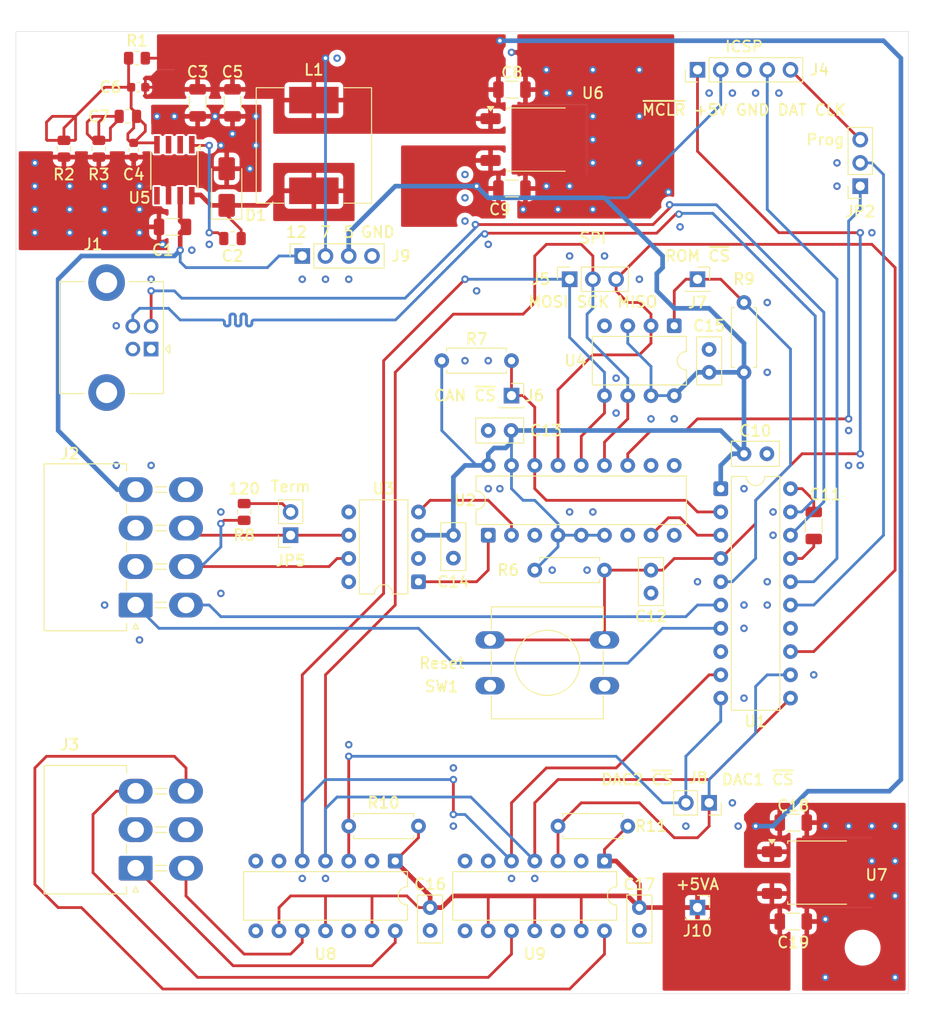
<source format=kicad_pcb>
(kicad_pcb (version 20241229) (generator "pcbnew") (generator_version "9.0")
  (title_block (title "CAN Gauge Interface") (date "2025-09-27") (rev "0.1") (company "Sam Anthony"))
  (layers (0 "F.Cu" signal) (4 "In1.Cu" signal) (6 "In2.Cu" signal) (2 "B.Cu" power) (13 "F.Paste" user) (15 "B.Paste" user) (5 "F.SilkS" user "F.Silkscreen") (7 "B.SilkS" user "B.Silkscreen") (1 "F.Mask" user) (3 "B.Mask" user) (25 "Edge.Cuts" user))
  (net 0 "")
  (net 1 "GND")
  (net 2 "+12V")
  (net 3 "Net-(U5-BOOT)")
  (net 4 "+7V")
  (net 5 "Net-(C7-Pad2)")
  (net 6 "+5V")
  (net 7 "Net-(U1-Vusb3v3)")
  (net 8 "/~{MCLR}")
  (net 9 "+5VA")
  (net 10 "/USB_D+")
  (net 11 "/USB_D-")
  (net 14 "/CAN_L")
  (net 15 "/Speed")
  (net 16 "/Tach")
  (net 17 "/CAN_H")
  (net 18 "/AN4")
  (net 19 "/AN2")
  (net 20 "/AN3")
  (net 21 "/AN1")
  (net 22 "/ICSP_CLK")
  (net 23 "/ICSP_DAT")
  (net 24 "/SCK")
  (net 25 "/MOSI")
  (net 26 "/MISO")
  (net 27 "/CAN_~{CS}")
  (net 28 "/ROM_~{CS}")
  (net 29 "/DAC2_~{CS}")
  (net 30 "/DAC1_~{CS}")
  (net 31 "/INT{slash}ICSP_CLK")
  (net 32 "/INT")
  (net 33 "Net-(JP5-B)")
  (net 35 "/CLK")
  (net 38 "/CAN_RX")
  (net 39 "/CAN_TX")
  (net 52 "/PH")
  (net 53 "/sense")
  (footprint "Connector_PinSocket_2.54mm:PinSocket_1x01_P2.54mm_Vertical" (layer "F.Cu") (at 124.46 129.54)
    (property "Reference" "J7")
    (property "Value" "ROM ~{CS}")
  )
  (footprint "Capacitor_SMD:C_1206_3216Metric" (layer "F.Cu") (at 104.189 119.634)
    (property "Reference" "C9")
    (property "Value" "10u" (hide yes))
  )
  (footprint "Capacitor_SMD:C_0805_2012Metric" (layer "F.Cu") (at 62.23 111.76 180)
    (property "Reference" "C7")
    (property "Value" "47n" (hide yes))
  )
  (footprint "Connector_PinSocket_2.54mm:PinSocket_1x04_P2.54mm_Vertical" (layer "F.Cu") (at 81.28 127 90)
    (property "Reference" "J9")
    (property "Value" "Conn_01x04_Socket" (hide yes))
  )
  (footprint "MountingHole:MountingHole_3.2mm_M3_DIN965" (layer "F.Cu") (at 55 202.5)
    (property "Reference" "H1" (hide yes))
    (property "Value" "MountingHole" (hide yes))
  )
  (footprint "Capacitor_SMD:C_1206_3216Metric" (layer "F.Cu") (at 134.923 199.644)
    (property "Reference" "C19")
    (property "Value" "10u" (hide yes))
  )
  (footprint "Resistor_THT:R_Axial_DIN0207_L6.3mm_D2.5mm_P7.62mm_Horizontal" (layer "F.Cu") (at 93.98 189.23 180)
    (property "Reference" "R10")
    (property "Value" "10k" (hide yes))
  )
  (footprint "Capacitor_SMD:C_1206_3216Metric" (layer "F.Cu") (at 134.923 188.849)
    (property "Reference" "C18")
    (property "Value" "10u" (hide yes))
  )
  (footprint "Package_TO_SOT_SMD:TO-252-2" (layer "F.Cu") (at 106.894 114.294)
    (property "Reference" "U6")
    (property "Value" "L78M05AB" (hide yes))
  )
  (footprint "Capacitor_THT:C_Disc_D5.0mm_W2.5mm_P2.50mm" (layer "F.Cu") (at 95.25 198.12 -90)
    (property "Reference" "C16")
    (property "Value" "100n" (hide yes))
  )
  (footprint "MountingHole:MountingHole_3.2mm_M3_DIN965" (layer "F.Cu") (at 142.5 202.5)
    (property "Reference" "H2" (hide yes))
    (property "Value" "MountingHole" (hide yes))
  )
  (footprint "Capacitor_SMD:C_0603_1608Metric" (layer "F.Cu") (at 62.865 115.43 -90)
    (property "Reference" "C4")
    (property "Value" "220p" (hide yes))
  )
  (footprint "footprints:Molex_Mini-Fit_Jr_5569-06A2_2x03_P4.20mm_Horizontal" (layer "F.Cu") (at 63.08 193.82 90)
    (property "Reference" "J3")
    (property "Value" "Analog")
  )
  (footprint "Resistor_SMD:R_0805_2012Metric" (layer "F.Cu") (at 63.2225 105.41)
    (property "Reference" "R1")
    (property "Value" "10k" (hide yes))
  )
  (footprint "footprints:USB_B_Lumberg_2411_02_Horizontal" (layer "F.Cu") (at 64.77 137.16 180)
    (property "Reference" "J1")
    (property "Value" "USB_B" (hide yes))
  )
  (footprint "Connector_PinSocket_2.54mm:PinSocket_1x02_P2.54mm_Vertical" (layer "F.Cu") (at 80.01 157.48 180)
    (property "Reference" "JP5")
    (property "Value" "Term")
  )
  (footprint "Capacitor_SMD:C_0603_1608Metric" (layer "F.Cu") (at 63.36 108.585)
    (property "Reference" "C6")
    (property "Value" "3300p" (hide yes))
  )
  (footprint "Inductor_SMD:L_12x12mm_H8mm" (layer "F.Cu") (at 82.55 114.935 90)
    (property "Reference" "L1")
    (property "Value" "150u" (hide yes))
  )
  (footprint "MountingHole:MountingHole_3.2mm_M3_DIN965" (layer "F.Cu") (at 55 107.5)
    (property "Reference" "H4" (hide yes))
    (property "Value" "MountingHole" (hide yes))
  )
  (footprint "Resistor_SMD:R_0805_2012Metric" (layer "F.Cu") (at 55.245 115.2925 -90)
    (property "Reference" "R2")
    (property "Value" "3k24" (hide yes))
  )
  (footprint "Resistor_THT:R_Axial_DIN0207_L6.3mm_D2.5mm_P7.62mm_Horizontal" (layer "F.Cu") (at 106.68 161.29)
    (property "Reference" "R6")
    (property "Value" "10k" (hide yes))
  )
  (footprint "Connector_PinSocket_2.54mm:PinSocket_1x02_P2.54mm_Vertical" (layer "F.Cu") (at 125.73 186.69 -90)
    (property "Reference" "J8")
    (property "Value" "DAC ~{CS}" (hide yes))
  )
  (footprint "Button_Switch_THT:SW_PUSH-12mm" (layer "F.Cu") (at 114.3 173.91 180)
    (property "Reference" "SW1")
    (property "Value" "Reset")
  )
  (footprint "Capacitor_SMD:C_1206_3216Metric" (layer "F.Cu") (at 69.85 110.285 -90)
    (property "Reference" "C3")
    (property "Value" "22u" (hide yes))
  )
  (footprint "Connector_PinSocket_2.54mm:PinSocket_1x01_P2.54mm_Vertical" (layer "F.Cu") (at 104.14 142.24)
    (property "Reference" "J6")
    (property "Value" "CAN ~{CS}")
  )
  (footprint "Resistor_THT:R_Axial_DIN0207_L6.3mm_D2.5mm_P7.62mm_Horizontal" (layer "F.Cu") (at 129.54 139.7 90)
    (property "Reference" "R9")
    (property "Value" "10k" (hide yes))
  )
  (footprint "Connector_PinSocket_2.54mm:PinSocket_1x03_P2.54mm_Vertical" (layer "F.Cu") (at 142.24 119.38 180)
    (property "Reference" "JP2")
    (property "Value" "Prog")
  )
  (footprint "Package_DIP:DIP-14_W7.62mm" (layer "F.Cu") (at 91.44 193.04 -90)
    (property "Reference" "U8")
    (property "Value" "MCP4912" (hide yes))
  )
  (footprint "Diode_SMD:D_SMA" (layer "F.Cu") (at 73.025 119.475 90)
    (property "Reference" "D1")
    (property "Value" "SS34" (hide yes))
  )
  (footprint "footprints:Molex_Mini-Fit_Jr_5569-08A2_2x04_P4.20mm_Horizontal" (layer "F.Cu") (at 63.08 165.1 90)
    (property "Reference" "J2")
    (property "Value" "Conn_02x04_Top_Bottom")
  )
  (footprint "Resistor_SMD:R_0805_2012Metric" (layer "F.Cu") (at 59.055 115.2925 -90)
    (property "Reference" "R3")
    (property "Value" "2k7" (hide yes))
  )
  (footprint "Package_DIP:DIP-8_W7.62mm" (layer "F.Cu") (at 93.98 162.56 180)
    (property "Reference" "U3")
    (property "Value" "MCP2561-E-P" (hide yes))
  )
  (footprint "Resistor_THT:R_Axial_DIN0207_L6.3mm_D2.5mm_P7.62mm_Horizontal" (layer "F.Cu") (at 96.52 138.43)
    (property "Reference" "R7")
    (property "Value" "10k" (hide yes))
  )
  (footprint "Capacitor_SMD:C_1206_3216Metric" (layer "F.Cu") (at 73.66 110.285 -90)
    (property "Reference" "C5")
    (property "Value" "22u" (hide yes))
  )
  (footprint "Connector_PinHeader_2.54mm:PinHeader_1x05_P2.54mm_Vertical" (layer "F.Cu") (at 124.46 106.68 90)
    (property "Reference" "J4")
    (property "Value" "ICSP")
  )
  (footprint "Capacitor_THT:C_Disc_D5.0mm_W2.5mm_P2.50mm" (layer "F.Cu") (at 97.79 159.98 90)
    (property "Reference" "C14")
    (property "Value" "100n" (hide yes))
  )
  (footprint "Connector_PinSocket_2.54mm:PinSocket_1x03_P2.54mm_Vertical" (layer "F.Cu") (at 110.49 129.54 90)
    (property "Reference" "J5")
    (property "Value" "SPI Debug" (hide yes))
  )
  (footprint "Capacitor_SMD:C_1206_3216Metric" (layer "F.Cu") (at 104.189 108.839)
    (property "Reference" "C8")
    (property "Value" "10u" (hide yes))
  )
  (footprint "Connector_PinSocket_2.54mm:PinSocket_1x01_P2.54mm_Vertical" (layer "F.Cu") (at 124.46 198.12)
    (property "Reference" "J10")
    (property "Value" "+5VA")
  )
  (footprint "Package_DIP:DIP-20_W7.62mm" (layer "F.Cu") (at 127 152.4)
    (property "Reference" "U1")
    (property "Value" "PIC16F1459-IP" (hide yes))
  )
  (footprint "Capacitor_SMD:C_0805_2012Metric" (layer "F.Cu") (at 73.66 125.095)
    (property "Reference" "C2")
    (property "Value" "10n" (hide yes))
  )
  (footprint "Package_SO:TI_SO-PowerPAD-8" (layer "F.Cu") (at 67.31 117.635 -90)
    (property "Reference" "U5")
    (property "Value" "TPS5430DDA" (hide yes))
  )
  (footprint "Capacitor_THT:C_Disc_D5.0mm_W2.5mm_P2.50mm" (layer "F.Cu") (at 119.38 161.29 -90)
    (property "Reference" "C12")
    (property "Value" "100n" (hide yes))
  )
  (footprint "Capacitor_THT:C_Disc_D5.0mm_W2.5mm_P2.50mm" (layer "F.Cu") (at 118.11 198.12 -90)
    (property "Reference" "C17")
    (property "Value" "100n" (hide yes))
  )
  (footprint "Resistor_SMD:R_0805_2012Metric" (layer "F.Cu") (at 74.93 154.94 -90)
    (property "Reference" "R8")
    (property "Value" "120")
  )
  (footprint "Capacitor_THT:C_Disc_D5.0mm_W2.5mm_P2.50mm" (layer "F.Cu") (at 129.54 148.59)
    (property "Reference" "C10")
    (property "Value" "100n" (hide yes))
  )
  (footprint "MountingHole:MountingHole_3.2mm_M3_DIN965" (layer "F.Cu") (at 142.5 107.5)
    (property "Reference" "H3" (hide yes))
    (property "Value" "MountingHole" (hide yes))
  )
  (footprint "Capacitor_THT:C_Disc_D5.0mm_W2.5mm_P2.50mm" (layer "F.Cu") (at 101.6 146.05)
    (property "Reference" "C13")
    (property "Value" "100n" (hide yes))
  )
  (footprint "Resistor_THT:R_Axial_DIN0207_L6.3mm_D2.5mm_P7.62mm_Horizontal" (layer "F.Cu") (at 116.84 189.23 180)
    (property "Reference" "R11")
    (property "Value" "10k" (hide yes))
  )
  (footprint "Package_DIP:DIP-18_W7.62mm" (layer "F.Cu") (at 101.6 157.48 90)
    (property "Reference" "U2")
    (property "Value" "MCP2515-I/P" (hide yes))
  )
  (footprint "Capacitor_SMD:C_1206_3216Metric" (layer "F.Cu") (at 137.16 156.415 90)
    (property "Reference" "C11")
    (property "Value" "1u" (hide yes))
  )
  (footprint "Package_DIP:DIP-8_W7.62mm" (layer "F.Cu") (at 121.92 134.62 -90)
    (property "Reference" "U4")
    (property "Value" "25LC160C" (hide yes))
  )
  (footprint "Package_TO_SOT_SMD:TO-252-2" (layer "F.Cu") (at 137.628 194.304)
    (property "Reference" "U7")
    (property "Value" "L78M05AB" (hide yes))
  )
  (footprint "Capacitor_SMD:C_1206_3216Metric" (layer "F.Cu") (at 67.105 123.825 180)
    (property "Reference" "C1")
    (property "Value" "22u" (hide yes))
  )
  (footprint "Capacitor_THT:C_Disc_D5.0mm_W2.5mm_P2.50mm" (layer "F.Cu") (at 125.73 137.2 -90)
    (property "Reference" "C15")
    (property "Value" "100n" (hide yes))
  )
  (footprint "Package_DIP:DIP-14_W7.62mm" (layer "F.Cu") (at 114.3 193.04 -90)
    (property "Reference" "U9")
    (property "Value" "MCP4912" (hide yes))
  )
  (gr_rect (start 50 102.5) (end 147.5 207.5) (stroke (width 0.05)) (fill no) (layer "Edge.Cuts"))
  (gr_text "SPI" (at 113.03 125.73 0) (layer "F.SilkS") (effects (font (size 1.2 1.2) (thickness 0.2) (bold yes)) (justify bottom)))
  (gr_text "12" (at 80.645 125.095 0) (layer "F.SilkS") (effects (font (size 1.2 1.2) (thickness 0.2) (bold yes)) (justify bottom)))
  (gr_text "~{MCLR} +5V GND DAT CLK" (at 129.54 111.76 0) (layer "F.SilkS") (effects (font (size 1.2 1.2) (thickness 0.2) (bold yes)) (justify bottom)))
  (gr_text "GND" (at 89.535 125.095 0) (layer "F.SilkS") (effects (font (size 1.2 1.2) (thickness 0.2) (bold yes)) (justify bottom)))
  (gr_text "7\n" (at 83.82 125.095 0) (layer "F.SilkS") (effects (font (size 1.2 1.2) (thickness 0.2) (bold yes)) (justify bottom)))
  (gr_text "DAC2 ~{CS}" (at 121.92 184.15 0) (layer "F.SilkS") (effects (font (size 1.2 1.2) (thickness 0.2) (bold yes)) (justify right)))
  (gr_text "DAC1 ~{CS}" (at 127 184.15 0) (layer "F.SilkS") (effects (font (size 1.2 1.2) (thickness 0.2) (bold yes)) (justify left)))
  (gr_text "MOSI SCK MISO" (at 113.03 132.715 0) (layer "F.SilkS") (effects (font (size 1.2 1.2) (thickness 0.2) (bold yes)) (justify bottom)))
  (gr_text "5" (at 86.36 125.095 0) (layer "F.SilkS") (effects (font (size 1.2 1.2) (thickness 0.2) (bold yes)) (justify bottom)))
  (segment (start 134.62 152.4) (end 135.89 152.4) (width 0.3048) (layer "F.Cu") (net 1))
  (segment (start 105.664 105.664) (end 105.664 108.839) (width 0.508) (layer "F.Cu") (net 1))
  (segment (start 104.14 104.775) (end 104.775 104.775) (width 0.508) (layer "F.Cu") (net 1))
  (segment (start 66.675 118.3775) (end 66.535 118.2375) (width 0.508) (layer "F.Cu") (net 1))
  (segment (start 137.16 153.67) (end 137.16 154.94) (width 0.3048) (layer "F.Cu") (net 1))
  (segment (start 104.775 104.775) (end 105.664 105.664) (width 0.508) (layer "F.Cu") (net 1))
  (segment (start 135.89 152.4) (end 137.16 153.67) (width 0.3048) (layer "F.Cu") (net 1))
  (segment (start 66.675 120.415) (end 66.675 118.3775) (width 0.508) (layer "F.Cu") (net 1))
  (via (at 128.27 109.22) (size 0.8128) (drill 0.4) (layers "F.Cu" "B.Cu") (net 1))
  (via (at 66.04 125.73) (size 0.8128) (drill 0.4) (layers "F.Cu" "B.Cu") (net 1))
  (via (at 71.755 111.76) (size 0.8128) (drill 0.4) (layers "F.Cu" "B.Cu") (net 1))
  (via (at 73.66 113.665) (size 0.8128) (drill 0.4) (layers "F.Cu" "B.Cu") (net 1))
  (via (at 122.555 123.825) (size 0.8128) (drill 0.4) (layers "F.Cu" "B.Cu") (net 1))
  (via (at 99.06 138.43) (size 0.8128) (drill 0.4) (layers "F.Cu" "B.Cu") (net 1))
  (via (at 63.5 124.46) (size 0.8128) (drill 0.4) (layers "F.Cu" "B.Cu") (net 1))
  (via (at 139.7 116.84) (size 0.8128) (drill 0.4) (layers "F.Cu" "B.Cu") (net 1))
  (via (at 110.49 109.22) (size 0.8128) (drill 0.4) (layers "F.Cu" "B.Cu") (net 1))
  (via (at 125.73 109.22) (size 0.8128) (drill 0.4) (layers "F.Cu" "B.Cu") (net 1))
  (via (at 113.03 111.76) (size 0.8128) (drill 0.4) (layers "F.Cu" "B.Cu") (net 1))
  (via (at 146.05 196.85) (size 0.8128) (drill 0.4) (layers "F.Cu" "B.Cu") (net 1))
  (via (at 118.11 129.54) (size 0.8128) (drill 0.4) (layers "F.Cu" "B.Cu") (net 1))
  (via (at 67.31 111.76) (size 0.8128) (drill 0.4) (layers "F.Cu" "B.Cu") (net 1))
  (via (at 110.49 119.38) (size 0.8128) (drill 0.4) (layers "F.Cu" "B.Cu") (net 1))
  (via (at 138.43 199.39) (size 0.8128) (drill 0.4) (layers "F.Cu" "B.Cu") (net 1))
  (via (at 69.215 126.365) (size 0.8128) (drill 0.4) (layers "F.Cu" "B.Cu") (net 1))
  (via (at 119.38 144.78) (size 0.8128) (drill 0.4) (layers "F.Cu" "B.Cu") (net 1))
  (via (at 146.05 193.04) (size 0.8128) (drill 0.4) (layers "F.Cu" "B.Cu") (net 1))
  (via (at 143.51 189.23) (size 0.8128) (drill 0.4) (layers "F.Cu" "B.Cu") (net 1))
  (via (at 75.565 117.475) (size 0.8128) (drill 0.4) (layers "F.Cu" "B.Cu") (net 1))
  (via (at 104.14 104.775) (size 0.8128) (drill 0.4) (layers "F.Cu" "B.Cu") (net 1))
  (via (at 81.28 129.54) (size 0.8128) (drill 0.4) (layers "F.Cu" "B.Cu") (net 1))
  (via (at 118.11 116.84) (size 0.8128) (drill 0.4) (layers "F.Cu" "B.Cu") (net 1))
  (via (at 65.405 111.76) (size 0.8128) (drill 0.4) (layers "F.Cu" "B.Cu") (net 1))
  (via (at 55.88 121.92) (size 0.8128) (drill 0.4) (layers "F.Cu" "B.Cu") (net 1))
  (via (at 121.285 120.015) (size 0.8128) (drill 0.4) (layers "F.Cu" "B.Cu") (net 1))
  (via (at 132.08 139.7) (size 0.8128) (drill 0.4) (layers "F.Cu" "B.Cu") (net 1))
  (via (at 138.43 189.23) (size 0.8128) (drill 0.4) (layers "F.Cu" "B.Cu") (net 1))
  (via (at 132.08 162.56) (size 0.8128) (drill 0.4) (layers "F.Cu" "B.Cu") (net 1))
  (via (at 110.49 127) (size 0.8128) (drill 0.4) (layers "F.Cu" "B.Cu") (net 1))
  (via (at 60.96 149.86) (size 0.8128) (drill 0.4) (layers "F.Cu" "B.Cu") (net 1))
  (via (at 128.905 189.23) (size 0.8128) (drill 0.4) (layers "F.Cu" "B.Cu") (net 1))
  (via (at 107.95 119.38) (size 0.8128) (drill 0.4) (layers "F.Cu" "B.Cu") (net 1))
  (via (at 99.06 120.65) (size 0.8128) (drill 0.4) (layers "F.Cu" "B.Cu") (net 1))
  (via (at 140.97 149.86) (size 0.8128) (drill 0.4) (layers "F.Cu" "B.Cu") (net 1))
  (via (at 142.24 149.86) (size 0.8128) (drill 0.4) (layers "F.Cu" "B.Cu") (net 1))
  (via (at 132.715 157.48) (size 0.8128) (drill 0.4) (layers "F.Cu" "B.Cu") (net 1))
  (via (at 64.77 149.86) (size 0.8128) (drill 0.4) (layers "F.Cu" "B.Cu") (net 1))
  (via (at 143.51 124.46) (size 0.8128) (drill 0.4) (layers "F.Cu" "B.Cu") (net 1))
  (via (at 128.27 186.69) (size 0.8128) (drill 0.4) (layers "F.Cu" "B.Cu") (net 1))
  (via (at 132.08 165.1) (size 0.8128) (drill 0.4) (layers "F.Cu" "B.Cu") (net 1))
  (via (at 85.09 105.41) (size 0.8128) (drill 0.4) (layers "F.Cu" "B.Cu") (net 1))
  (via (at 129.54 165.1) (size 0.8128) (drill 0.4) (layers "F.Cu" "B.Cu") (net 1))
  (via (at 130.81 109.22) (size 0.8128) (drill 0.4) (layers "F.Cu" "B.Cu") (net 1))
  (via (at 52.07 116.84) (size 0.8128) (drill 0.4) (layers "F.Cu" "B.Cu") (net 1))
  (via (at 129.54 152.4) (size 0.8128) (drill 0.4) (layers "F.Cu" "B.Cu") (net 1))
  (via (at 52.07 119.38) (size 0.8128) (drill 0.4) (layers "F.Cu" "B.Cu") (net 1))
  (via (at 59.69 165.1) (size 0.8128) (drill 0.4) (layers "F.Cu" "B.Cu") (net 1))
  (via (at 146.05 205.74) (size 0.8128) (drill 0.4) (layers "F.Cu" "B.Cu") (net 1))
  (via (at 101.6 125.73) (size 0.8128) (drill 0.4) (layers "F.Cu" "B.Cu") (net 1))
  (via (at 133.35 109.22) (size 0.8128) (drill 0.4) (layers "F.Cu" "B.Cu") (net 1))
  (via (at 109.22 121.92) (size 0.8128) (drill 0.4) (layers "F.Cu" "B.Cu") (net 1))
  (via (at 59.69 121.92) (size 0.8128) (drill 0.4) (layers "F.Cu" "B.Cu") (net 1))
  (via (at 115.57 140.335) (size 0.8128) (drill 0.4) (layers "F.Cu" "B.Cu") (net 1))
  (via (at 55.88 119.38) (size 0.8128) (drill 0.4) (layers "F.Cu" "B.Cu") (net 1))
  (via (at 72.39 163.83) (size 0.8128) (drill 0.4) (layers "F.Cu" "B.Cu") (net 1))
  (via (at 86.36 129.54) (size 0.8128) (drill 0.4) (layers "F.Cu" "B.Cu") (net 1))
  (via (at 106.68 194.945) (size 0.8128) (drill 0.4) (layers "F.Cu" "B.Cu") (net 1))
  (via (at 76.2 114.935) (size 0.8128) (drill 0.4) (layers "F.Cu" "B.Cu") (net 1))
  (via (at 112.395 161.29) (size 0.8128) (drill 0.4) (layers "F.Cu" "B.Cu") (net 1))
  (via (at 63.5 168.91) (size 0.8128) (drill 0.4) (layers "F.Cu" "B.Cu") (net 1))
  (via (at 121.92 144.78) (size 0.8128) (drill 0.4) (layers "F.Cu" "B.Cu") (net 1))
  (via (at 140.97 189.23) (size 0.8128) (drill 0.4) (layers "F.Cu" "B.Cu") (net 1))
  (via (at 113.03 114.3) (size 0.8128) (drill 0.4) (layers "F.Cu" "B.Cu") (net 1))
  (via (at 60.96 134.62) (size 0.8128) (drill 0.4) (layers "F.Cu" "B.Cu") (net 1))
  (via (at 115.57 144.145) (size 0.8128) (drill 0.4) (layers "F.Cu" "B.Cu") (net 1))
  (via (at 118.11 111.76) (size 0.8128) (drill 0.4) (layers "F.Cu" "B.Cu") (net 1))
  (via (at 71.12 125.73) (size 0.8128) (drill 0.4) (layers "F.Cu" "B.Cu") (net 1))
  (via (at 105.41 121.92) (size 0.8128) (drill 0.4) (layers "F.Cu" "B.Cu") (net 1))
  (via (at 138.43 205.74) (size 0.8128) (drill 0.4) (layers "F.Cu" "B.Cu") (net 1))
  (via (at 99.06 118.11) (size 0.8128) (drill 0.4) (layers "F.Cu" "B.Cu") (net 1))
  (via (at 100.33 130.81) (size 0.8128) (drill 0.4) (layers "F.Cu" "B.Cu") (net 1))
  (via (at 102.87 152.4) (size 0.8128) (drill 0.4) (layers "F.Cu" "B.Cu") (net 1))
  (via (at 72.39 114.935) (size 0.8128) (drill 0.4) (layers "F.Cu" "B.Cu") (net 1))
  (via (at 123.19 189.23) (size 0.8128) (drill 0.4) (layers "F.Cu" "B.Cu") (net 1))
  (via (at 83.82 129.54) (size 0.8128) (drill 0.4) (layers "F.Cu" "B.Cu") (net 1))
  (via (at 64.77 129.54) (size 0.8128) (drill 0.4) (layers "F.Cu" "B.Cu") (net 1))
  (via (at 104.14 194.945) (size 0.8128) (drill 0.4) (layers "F.Cu" "B.Cu") (net 1))
  (via (at 101.6 152.4) (size 0.8128) (drill 0.4) (layers "F.Cu" "B.Cu") (net 1))
  (via (at 63.5 121.92) (size 0.8128) (drill 0.4) (layers "F.Cu" "B.Cu") (net 1))
  (via (at 137.16 172.72) (size 0.8128) (drill 0.4) (layers "F.Cu" "B.Cu") (net 1))
  (via (at 107.95 109.22) (size 0.8128) (drill 0.4) (layers "F.Cu" "B.Cu") (net 1))
  (via (at 101.6 138.43) (size 0.8128) (drill 0.4) (layers "F.Cu" "B.Cu") (net 1))
  (via (at 97.79 189.23) (size 0.8128) (drill 0.4) (layers "F.Cu" "B.Cu") (net 1))
  (via (at 118.11 106.68) (size 0.8128) (drill 0.4) (layers "F.Cu" "B.Cu") (net 1))
  (via (at 52.07 124.46) (size 0.8128) (drill 0.4) (layers "F.Cu" "B.Cu") (net 1))
  (via (at 139.7 119.38) (size 0.8128) (drill 0.4) (layers "F.Cu" "B.Cu") (net 1))
  (via (at 83.82 194.945) (size 0.8128) (drill 0.4) (layers "F.Cu" "B.Cu") (net 1))
  (via (at 146.05 189.23) (size 0.8128) (drill 0.4) (layers "F.Cu" "B.Cu") (net 1))
  (via (at 113.03 121.92) (size 0.8128) (drill 0.4) (layers "F.Cu" "B.Cu") (net 1))
  (via (at 113.03 106.68) (size 0.8128) (drill 0.4) (layers "F.Cu" "B.Cu") (net 1))
  (via (at 72.39 154.94) (size 0.8128) (drill 0.4) (layers "F.Cu" "B.Cu") (net 1))
  (via (at 59.69 119.38) (size 0.8128) (drill 0.4) (layers "F.Cu" "B.Cu") (net 1))
  (via (at 129.54 175.26) (size 0.8128) (drill 0.4) (layers "F.Cu" "B.Cu") (net 1))
  (via (at 132.08 132.08) (size 0.8128) (drill 0.4) (layers "F.Cu" "B.Cu") (net 1))
  (via (at 81.28 194.945) (size 0.8128) (drill 0.4) (layers "F.Cu" "B.Cu") (net 1))
  (via (at 97.79 182.88) (size 0.8128) (drill 0.4) (layers "F.Cu" "B.Cu") (net 1))
  (via (at 124.46 162.56) (size 0.8128) (drill 0.4) (layers "F.Cu" "B.Cu") (net 1))
  (via (at 55.88 124.46) (size 0.8128) (drill 0.4) (layers "F.Cu" "B.Cu") (net 1))
  (via (at 108.585 161.29) (size 0.8128) (drill 0.4) (layers "F.Cu" "B.Cu") (net 1))
  (via (at 132.715 154.94) (size 0.8128) (drill 0.4) (layers "F.Cu" "B.Cu") (net 1))
  (via (at 143.51 196.85) (size 0.8128) (drill 0.4) (layers "F.Cu" "B.Cu") (net 1))
  (via (at 110.49 154.94) (size 0.8128) (drill 0.4) (layers "F.Cu" "B.Cu") (net 1))
  (via (at 113.03 154.94) (size 0.8128) (drill 0.4) (layers "F.Cu" "B.Cu") (net 1))
  (via (at 113.03 116.84) (size 0.8128) (drill 0.4) (layers "F.Cu" "B.Cu") (net 1))
  (via (at 63.5 119.38) (size 0.8128) (drill 0.4) (layers "F.Cu" "B.Cu") (net 1))
  (via (at 59.69 124.46) (size 0.8128) (drill 0.4) (layers "F.Cu" "B.Cu") (net 1))
  (via (at 76.2 111.76) (size 0.8128) (drill 0.4) (layers "F.Cu" "B.Cu") (net 1))
  (via (at 86.36 180.34) (size 0.8128) (drill 0.4) (layers "F.Cu" "B.Cu") (net 1))
  (via (at 129.54 167.64) (size 0.8128) (drill 0.4) (layers "F.Cu" "B.Cu") (net 1))
  (via (at 143.51 193.04) (size 0.8128) (drill 0.4) (layers "F.Cu" "B.Cu") (net 1))
  (via (at 99.06 123.19) (size 0.8128) (drill 0.4) (layers "F.Cu" "B.Cu") (net 1))
  (via (at 107.95 106.68) (size 0.8128) (drill 0.4) (layers "F.Cu" "B.Cu") (net 1))
  (via (at 52.07 121.92) (size 0.8128) (drill 0.4) (layers "F.Cu" "B.Cu") (net 1))
  (via (at 114.3 127) (size 0.8128) (drill 0.4) (layers "F.Cu" "B.Cu") (net 1))
  (via (at 140.97 146.05) (size 0.8128) (drill 0.4) (layers "F.Cu" "B.Cu") (net 1))
  (segment (start 67.945 124.46) (end 67.945 126.365) (width 0.508) (layer "F.Cu") (net 2))
  (segment (start 67.945 123.19) (end 68.58 123.825) (width 0.508) (layer "F.Cu") (net 2))
  (segment (start 68.58 123.825) (end 67.945 124.46) (width 0.508) (layer "F.Cu") (net 2))
  (segment (start 67.945 120.335) (end 67.945 123.19) (width 0.508) (layer "F.Cu") (net 2))
  (via (at 67.945 126.365) (size 0.8128) (drill 0.4) (layers "F.Cu" "B.Cu") (net 2))
  (segment (start 54.61 146.05) (end 61.06 152.5) (width 0.508) (layer "B.Cu") (net 2))
  (segment (start 67.945 126.365) (end 67.31 127) (width 0.508) (layer "B.Cu") (net 2))
  (segment (start 77.47 128.27) (end 68.58 128.27) (width 0.3048) (layer "B.Cu") (net 2))
  (segment (start 68.58 128.27) (end 67.945 127.635) (width 0.3048) (layer "B.Cu") (net 2))
  (segment (start 67.31 127) (end 57.15 127) (width 0.508) (layer "B.Cu") (net 2))
  (segment (start 57.15 127) (end 54.61 129.54) (width 0.508) (layer "B.Cu") (net 2))
  (segment (start 61.06 152.5) (end 63.08 152.5) (width 0.508) (layer "B.Cu") (net 2))
  (segment (start 78.74 127) (end 77.47 128.27) (width 0.3048) (layer "B.Cu") (net 2))
  (segment (start 54.61 129.54) (end 54.61 146.05) (width 0.508) (layer "B.Cu") (net 2))
  (segment (start 81.28 127) (end 78.74 127) (width 0.3048) (layer "B.Cu") (net 2))
  (segment (start 67.945 127.635) (end 67.945 126.365) (width 0.3048) (layer "B.Cu") (net 2))
  (segment (start 69.215 114.935) (end 71.12 114.935) (width 0.3048) (layer "F.Cu") (net 3))
  (segment (start 72.075 124.46) (end 72.71 125.095) (width 0.3048) (layer "F.Cu") (net 3))
  (segment (start 71.12 124.46) (end 72.075 124.46) (width 0.3048) (layer "F.Cu") (net 3))
  (via (at 71.12 114.935) (size 0.8128) (drill 0.4) (layers "F.Cu" "B.Cu") (net 3))
  (via (at 71.12 124.46) (size 0.8128) (drill 0.4) (layers "F.Cu" "B.Cu") (net 3))
  (segment (start 71.12 114.935) (end 71.12 124.46) (width 0.3048) (layer "B.Cu") (net 3))
  (segment (start 83.82 105.41) (end 82.55 106.68) (width 0.3048) (layer "F.Cu") (net 4))
  (segment (start 102.714 103.661) (end 102.87 103.505) (width 0.508) (layer "F.Cu") (net 4))
  (segment (start 69.85 107.315) (end 69.85 108.81) (width 0.3048) (layer "F.Cu") (net 4))
  (segment (start 102.714 108.839) (end 102.714 103.661) (width 0.508) (layer "F.Cu") (net 4))
  (segment (start 64.135 105.41) (end 67.945 105.41) (width 0.3048) (layer "F.Cu") (net 4))
  (segment (start 67.945 105.41) (end 69.85 107.315) (width 0.3048) (layer "F.Cu") (net 4))
  (segment (start 82.55 106.68) (end 82.55 109.985) (width 0.3048) (layer "F.Cu") (net 4))
  (via (at 102.87 103.505) (size 0.8128) (drill 0.4) (layers "F.Cu" "B.Cu") (net 4))
  (via (at 83.82 105.41) (size 0.8128) (drill 0.4) (layers "F.Cu" "B.Cu") (net 4))
  (via (at 130.81 189.23) (size 0.8128) (drill 0.4) (layers "F.Cu" "B.Cu") (net 4))
  (segment (start 146.685 105.41) (end 146.685 184.15) (width 0.508) (layer "B.Cu") (net 4))
  (segment (start 102.87 103.505) (end 144.78 103.505) (width 0.508) (layer "B.Cu") (net 4))
  (segment (start 83.82 127) (end 83.82 105.41) (width 0.3048) (layer "B.Cu") (net 4))
  (segment (start 144.78 103.505) (end 146.685 105.41) (width 0.508) (layer "B.Cu") (net 4))
  (segment (start 146.685 184.15) (end 145.415 185.42) (width 0.508) (layer "B.Cu") (net 4))
  (segment (start 136.525 185.42) (end 132.715 189.23) (width 0.508) (layer "B.Cu") (net 4))
  (segment (start 145.415 185.42) (end 136.525 185.42) (width 0.508) (layer "B.Cu") (net 4))
  (segment (start 132.715 189.23) (end 130.81 189.23) (width 0.508) (layer "B.Cu") (net 4))
  (segment (start 59.055 112.395) (end 59.055 114.38) (width 0.3048) (layer "F.Cu") (net 5))
  (segment (start 57.785 113.665) (end 57.785 112.395) (width 0.3048) (layer "F.Cu") (net 5))
  (segment (start 59.055 114.38) (end 60.245 114.38) (width 0.3048) (layer "F.Cu") (net 5))
  (segment (start 61.28 111.76) (end 59.69 111.76) (width 0.3048) (layer "F.Cu") (net 5))
  (segment (start 58.42 111.76) (end 59.69 111.76) (width 0.3048) (layer "F.Cu") (net 5))
  (segment (start 58.5 114.38) (end 57.785 113.665) (width 0.3048) (layer "F.Cu") (net 5))
  (segment (start 57.785 112.395) (end 58.42 111.76) (width 0.3048) (layer "F.Cu") (net 5))
  (segment (start 59.69 111.76) (end 59.055 112.395) (width 0.3048) (layer "F.Cu") (net 5))
  (segment (start 60.325 113.03) (end 60.96 112.395) (width 0.3048) (layer "F.Cu") (net 5))
  (segment (start 60.245 114.38) (end 60.325 114.3) (width 0.3048) (layer "F.Cu") (net 5))
  (segment (start 60.325 114.3) (end 60.325 113.03) (width 0.3048) (layer "F.Cu") (net 5))
  (segment (start 59.055 114.38) (end 58.5 114.38) (width 0.3048) (layer "F.Cu") (net 5))
  (segment (start 102.714 119.634) (end 100.584 119.634) (width 0.508) (layer "F.Cu") (net 6))
  (segment (start 100.584 119.634) (end 100.33 119.38) (width 0.508) (layer "F.Cu") (net 6))
  (via (at 100.33 119.38) (size 0.8128) (drill 0.4) (layers "F.Cu" "B.Cu") (net 6))
  (segment (start 119.38 139.065) (end 116.84 136.525) (width 0.3048) (layer "B.Cu") (net 6))
  (segment (start 119.38 142.24) (end 121.92 142.24) (width 0.3048) (layer "B.Cu") (net 6))
  (segment (start 128.27 148.59) (end 127 149.86) (width 0.508) (layer "B.Cu") (net 6))
  (segment (start 119.38 142.24) (end 119.38 139.065) (width 0.3048) (layer "B.Cu") (net 6))
  (segment (start 86.36 127) (end 86.36 124.46) (width 0.508) (layer "B.Cu") (net 6))
  (segment (start 129.54 148.59) (end 127 146.05) (width 0.508) (layer "B.Cu") (net 6))
  (segment (start 101.6 149.86) (end 99.06 149.86) (width 0.508) (layer "B.Cu") (net 6))
  (segment (start 96.52 146.05) (end 100.33 149.86) (width 0.3048) (layer "B.Cu") (net 6))
  (segment (start 100.33 149.86) (end 101.6 149.86) (width 0.3048) (layer "B.Cu") (net 6))
  (segment (start 100.33 119.38) (end 101.6 120.65) (width 0.508) (layer "B.Cu") (net 6))
  (segment (start 91.44 119.38) (end 100.33 119.38) (width 0.508) (layer "B.Cu") (net 6))
  (segment (start 109.22 156.21) (end 109.22 157.48) (width 0.3048) (layer "B.Cu") (net 6))
  (segment (start 124.46 139.7) (end 121.92 142.24) (width 0.508) (layer "B.Cu") (net 6))
  (segment (start 120.65 128.27) (end 120.015 128.905) (width 0.508) (layer "B.Cu") (net 6))
  (segment (start 120.015 128.905) (end 120.015 130.81) (width 0.508) (layer "B.Cu") (net 6))
  (segment (start 97.79 151.13) (end 97.79 157.48) (width 0.508) (layer "B.Cu") (net 6))
  (segment (start 125.73 132.715) (end 129.54 136.525) (width 0.508) (layer "B.Cu") (net 6))
  (segment (start 127 149.86) (end 127 152.4) (width 0.508) (layer "B.Cu") (net 6))
  (segment (start 109.22 158.75) (end 106.68 161.29) (width 0.3048) (layer "B.Cu") (net 6))
  (segment (start 104.14 149.86) (end 104.14 152.4) (width 0.3048) (layer "B.Cu") (net 6))
  (segment (start 125.73 139.7) (end 124.46 139.7) (width 0.508) (layer "B.Cu") (net 6))
  (segment (start 120.65 127) (end 120.65 128.27) (width 0.508) (layer "B.Cu") (net 6))
  (segment (start 109.22 157.48) (end 114.3 157.48) (width 0.3048) (layer "B.Cu") (net 6))
  (segment (start 121.92 132.715) (end 125.73 132.715) (width 0.508) (layer "B.Cu") (net 6))
  (segment (start 97.79 157.48) (end 93.98 157.48) (width 0.508) (layer "B.Cu") (net 6))
  (segment (start 127 106.68) (end 127 110.49) (width 0.3048) (layer "B.Cu") (net 6))
  (segment (start 129.54 139.7) (end 129.54 148.59) (width 0.508) (layer "B.Cu") (net 6))
  (segment (start 105.41 153.67) (end 106.68 153.67) (width 0.3048) (layer "B.Cu") (net 6))
  (segment (start 99.06 149.86) (end 97.79 151.13) (width 0.508) (layer "B.Cu") (net 6))
  (segment (start 101.6 148.59) (end 101.6 149.86) (width 0.508) (layer "B.Cu") (net 6))
  (segment (start 114.3 120.65) (end 120.65 127) (width 0.508) (layer "B.Cu") (net 6))
  (segment (start 120.015 130.81) (end 121.92 132.715) (width 0.508) (layer "B.Cu") (net 6))
  (segment (start 129.54 136.525) (end 129.54 139.7) (width 0.508) (layer "B.Cu") (net 6))
  (segment (start 104.14 149.86) (end 104.14 146.09) (width 0.3048) (layer "B.Cu") (net 6))
  (segment (start 86.36 124.46) (end 91.44 119.38) (width 0.508) (layer "B.Cu") (net 6))
  (segment (start 129.54 139.7) (end 125.73 139.7) (width 0.508) (layer "B.Cu") (net 6))
  (segment (start 109.22 157.48) (end 109.22 158.75) (width 0.3048) (layer "B.Cu") (net 6))
  (segment (start 103.505 147.955) (end 102.235 147.955) (width 0.508) (layer "B.Cu") (net 6))
  (segment (start 127 146.05) (end 104.1 146.05) (width 0.508) (layer "B.Cu") (net 6))
  (segment (start 127 110.49) (end 116.84 120.65) (width 0.3048) (layer "B.Cu") (net 6))
  (segment (start 101.6 120.65) (end 114.3 120.65) (width 0.508) (layer "B.Cu") (net 6))
  (segment (start 102.235 147.955) (end 101.6 148.59) (width 0.508) (layer "B.Cu") (net 6))
  (segment (start 96.52 138.43) (end 96.52 146.05) (width 0.3048) (layer "B.Cu") (net 6))
  (segment (start 106.68 153.67) (end 109.22 156.21) (width 0.3048) (layer "B.Cu") (net 6))
  (segment (start 129.54 148.59) (end 128.27 148.59) (width 0.508) (layer "B.Cu") (net 6))
  (segment (start 104.1 146.05) (end 104.1 147.36) (width 0.508) (layer "B.Cu") (net 6))
  (segment (start 116.84 120.65) (end 114.3 120.65) (width 0.3048) (layer "B.Cu") (net 6))
  (segment (start 116.84 136.525) (end 116.84 134.62) (width 0.3048) (layer "B.Cu") (net 6))
  (segment (start 104.14 146.09) (end 104.1 146.05) (width 0.3048) (layer "B.Cu") (net 6))
  (segment (start 104.1 147.36) (end 103.505 147.955) (width 0.508) (layer "B.Cu") (net 6))
  (segment (start 104.14 152.4) (end 105.41 153.67) (width 0.3048) (layer "B.Cu") (net 6))
  (segment (start 137.16 158.75) (end 137.16 157.89) (width 0.3048) (layer "F.Cu") (net 7))
  (segment (start 135.89 160.02) (end 137.16 158.75) (width 0.3048) (layer "F.Cu") (net 7))
  (segment (start 134.62 160.02) (end 135.89 160.02) (width 0.3048) (layer "F.Cu") (net 7))
  (segment (start 130.81 153.67) (end 135.89 148.59) (width 0.3048) (layer "F.Cu") (net 8))
  (segment (start 135.89 148.59) (end 140.97 148.59) (width 0.3048) (layer "F.Cu") (net 8))
  (segment (start 120.65 161.29) (end 119.38 161.29) (width 0.3048) (layer "F.Cu") (net 8))
  (segment (start 130.81 156.21) (end 130.81 153.67) (width 0.3048) (layer "F.Cu") (net 8))
  (segment (start 119.38 161.29) (end 114.3 161.29) (width 0.3048) (layer "F.Cu") (net 8))
  (segment (start 133.35 124.46) (end 124.46 115.57) (width 0.3048) (layer "F.Cu") (net 8))
  (segment (start 140.97 148.59) (end 142.24 148.59) (width 0.3048) (layer "F.Cu") (net 8))
  (segment (start 121.92 160.02) (end 120.65 161.29) (width 0.3048) (layer "F.Cu") (net 8))
  (segment (start 114.3 168.91) (end 101.8 168.91) (width 0.3048) (layer "F.Cu") (net 8))
  (segment (start 124.46 115.57) (end 124.46 106.68) (width 0.3048) (layer "F.Cu") (net 8))
  (segment (start 142.24 124.46) (end 133.35 124.46) (width 0.3048) (layer "F.Cu") (net 8))
  (segment (start 114.3 161.29) (end 114.3 168.91) (width 0.3048) (layer "F.Cu") (net 8))
  (segment (start 127 160.02) (end 121.92 160.02) (width 0.3048) (layer "F.Cu") (net 8))
  (segment (start 127 160.02) (end 130.81 156.21) (width 0.3048) (layer "F.Cu") (net 8))
  (via (at 142.24 124.46) (size 0.8128) (drill 0.4) (layers "F.Cu" "B.Cu") (net 8))
  (via (at 142.24 148.59) (size 0.8128) (drill 0.4) (layers "F.Cu" "B.Cu") (net 8))
  (segment (start 142.24 148.59) (end 142.24 124.46) (width 0.3048) (layer "B.Cu") (net 8))
  (segment (start 106.68 196.85) (end 111.76 196.85) (width 0.508) (layer "F.Cu") (net 9))
  (segment (start 95.25 198.12) (end 95.25 196.85) (width 0.508) (layer "F.Cu") (net 9))
  (segment (start 80.01 196.85) (end 83.82 196.85) (width 0.3048) (layer "F.Cu") (net 9))
  (segment (start 88.9 196.85) (end 92.71 196.85) (width 0.3048) (layer "F.Cu") (net 9))
  (segment (start 95.25 196.85) (end 91.44 193.04) (width 0.508) (layer "F.Cu") (net 9))
  (segment (start 93.98 198.12) (end 95.25 198.12) (width 0.3048) (layer "F.Cu") (net 9))
  (segment (start 92.71 196.85) (end 93.98 198.12) (width 0.3048) (layer "F.Cu") (net 9))
  (segment (start 101.6 196.85) (end 106.68 196.85) (width 0.508) (layer "F.Cu") (net 9))
  (segment (start 83.82 200.66) (end 83.82 196.85) (width 0.3048) (layer "F.Cu") (net 9))
  (segment (start 88.9 200.66) (end 88.9 196.85) (width 0.3048) (layer "F.Cu") (net 9))
  (segment (start 116.84 196.85) (end 118.11 198.12) (width 0.508) (layer "F.Cu") (net 9))
  (segment (start 124.46 198.12) (end 127 198.12) (width 0.508) (layer "F.Cu") (net 9))
  (segment (start 118.11 198.12) (end 118.11 195.58) (width 0.508) (layer "F.Cu") (net 9))
  (segment (start 116.84 189.23) (end 114.3 191.77) (width 0.3048) (layer "F.Cu") (net 9))
  (segment (start 118.11 198.12) (end 124.46 198.12) (width 0.508) (layer "F.Cu") (net 9))
  (segment (start 128.524 199.644) (end 133.448 199.644) (width 0.508) (layer "F.Cu") (net 9))
  (segment (start 127 198.12) (end 128.524 199.644) (width 0.508) (layer "F.Cu") (net 9))
  (segment (start 115.57 193.04) (end 114.3 193.04) (width 0.508) (layer "F.Cu") (net 9))
  (segment (start 78.74 200.66) (end 78.74 198.12) (width 0.3048) (layer "F.Cu") (net 9))
  (segment (start 83.82 196.85) (end 88.9 196.85) (width 0.3048) (layer "F.Cu") (net 9))
  (segment (start 118.11 195.58) (end 115.57 193.04) (width 0.508) (layer "F.Cu") (net 9))
  (segment (start 78.74 198.12) (end 80.01 196.85) (width 0.3048) (layer "F.Cu") (net 9))
  (segment (start 111.76 200.66) (end 111.76 196.85) (width 0.3048) (layer "F.Cu") (net 9))
  (segment (start 111.76 196.85) (end 116.84 196.85) (width 0.508) (layer "F.Cu") (net 9))
  (segment (start 101.6 200.66) (end 101.6 196.85) (width 0.3048) (layer "F.Cu") (net 9))
  (segment (start 96.52 198.12) (end 97.79 196.85) (width 0.508) (layer "F.Cu") (net 9))
  (segment (start 93.98 190.5) (end 91.44 193.04) (width 0.3048) (layer "F.Cu") (net 9))
  (segment (start 97.79 196.85) (end 101.6 196.85) (width 0.508) (layer "F.Cu") (net 9))
  (segment (start 114.3 191.77) (end 114.3 193.04) (width 0.3048) (layer "F.Cu") (net 9))
  (segment (start 106.68 200.66) (end 106.68 196.85) (width 0.3048) (layer "F.Cu") (net 9))
  (segment (start 93.98 189.23) (end 93.98 190.5) (width 0.3048) (layer "F.Cu") (net 9))
  (segment (start 95.25 198.12) (end 96.52 198.12) (width 0.508) (layer "F.Cu") (net 9))
  (segment (start 119.992911 124.511628) (end 122.072664 122.431875) (width 0.3048) (layer "F.Cu") (net 10))
  (segment (start 122.072664 122.431875) (end 122.431875 122.431875) (width 0.3048) (layer "F.Cu") (net 10))
  (segment (start 101.302122 124.511628) (end 119.992911 124.511628) (width 0.3048) (layer "F.Cu") (net 10))
  (segment (start 101.218172 124.595578) (end 101.302122 124.511628) (width 0.3048) (layer "F.Cu") (net 10))
  (via (at 122.431875 122.431875) (size 0.8128) (drill 0.4) (layers "F.Cu" "B.Cu") (net 10))
  (via (at 101.218172 124.595578) (size 0.8128) (drill 0.4) (layers "F.Cu" "B.Cu") (net 10))
  (segment (start 73.017588 134.636703) (end 73.137588 134.636703) (width 0.3048) (layer "B.Cu") (net 10))
  (segment (start 74.577588 134.396703) (end 74.577588 133.985) (width 0.3048) (layer "B.Cu") (net 10))
  (segment (start 75.417588 134.636689) (end 75.537588 134.636689) (width 0.3048) (layer "B.Cu") (net 10))
  (segment (start 75.177588 133.573297) (end 75.177588 133.985) (width 0.3048) (layer "B.Cu") (net 10))
  (segment (start 84.395645 133.985) (end 91.46954 133.985) (width 0.3048) (layer "B.Cu") (net 10))
  (segment (start 62.77 133.445) (end 63.5 132.715) (width 0.3048) (layer "B.Cu") (net 10))
  (segment (start 74.577588 133.985) (end 74.577588 133.573297) (width 0.3048) (layer "B.Cu") (net 10))
  (segment (start 73.377588 134.225) (end 73.377588 133.985) (width 0.3048) (layer "B.Cu") (net 10))
  (segment (start 91.46954 133.985) (end 100.858961 124.595578) (width 0.3048) (layer "B.Cu") (net 10))
  (segment (start 72.777588 134.225) (end 72.777588 134.396703) (width 0.3048) (layer "B.Cu") (net 10))
  (segment (start 137.3251 133.54464) (end 137.3251 153.445822) (width 0.3048) (layer "B.Cu") (net 10))
  (segment (start 73.617588 133.333297) (end 73.737588 133.333297) (width 0.3048) (layer "B.Cu") (net 10))
  (segment (start 122.431875 122.431875) (end 122.515825 122.347925) (width 0.3048) (layer "B.Cu") (net 10))
  (segment (start 75.177588 134.225) (end 75.177588 134.396689) (width 0.3048) (layer "B.Cu") (net 10))
  (segment (start 122.515825 122.347925) (end 126.128385 122.347925) (width 0.3048) (layer "B.Cu") (net 10))
  (segment (start 74.217588 134.636703) (end 74.337588 134.636703) (width 0.3048) (layer "B.Cu") (net 10))
  (segment (start 73.977588 133.985) (end 73.977588 134.396703) (width 0.3048) (layer "B.Cu") (net 10))
  (segment (start 74.817588 133.333297) (end 74.937588 133.333297) (width 0.3048) (layer "B.Cu") (net 10))
  (segment (start 62.77 134.66) (end 62.77 133.445) (width 0.3048) (layer "B.Cu") (net 10))
  (segment (start 73.377588 134.396703) (end 73.377588 134.225) (width 0.3048) (layer "B.Cu") (net 10))
  (segment (start 66.675 132.715) (end 67.945 133.985) (width 0.3048) (layer "B.Cu") (net 10))
  (segment (start 67.945 133.985) (end 72.537588 133.985) (width 0.3048) (layer "B.Cu") (net 10))
  (segment (start 75.777588 134.396689) (end 75.777588 134.225) (width 0.3048) (layer "B.Cu") (net 10))
  (segment (start 73.377588 133.985) (end 73.377588 133.573297) (width 0.3048) (layer "B.Cu") (net 10))
  (segment (start 63.5 132.715) (end 66.675 132.715) (width 0.3048) (layer "B.Cu") (net 10))
  (segment (start 75.177588 133.985) (end 75.177588 134.225) (width 0.3048) (layer "B.Cu") (net 10))
  (segment (start 135.830922 154.94) (end 134.62 154.94) (width 0.3048) (layer "B.Cu") (net 10))
  (segment (start 73.977588 133.573297) (end 73.977588 133.985) (width 0.3048) (layer "B.Cu") (net 10))
  (segment (start 76.017588 133.985) (end 76.137588 133.985) (width 0.3048) (layer "B.Cu") (net 10))
  (segment (start 137.3251 153.445822) (end 135.830922 154.94) (width 0.3048) (layer "B.Cu") (net 10))
  (segment (start 126.128385 122.347925) (end 137.3251 133.54464) (width 0.3048) (layer "B.Cu") (net 10))
  (segment (start 76.137588 133.985) (end 84.395645 133.985) (width 0.3048) (layer "B.Cu") (net 10))
  (segment (start 100.858961 124.595578) (end 101.218172 124.595578) (width 0.3048) (layer "B.Cu") (net 10))
  (arc (start 73.977588 134.396703) (mid 74.047882 134.566409) (end 74.217588 134.636703) (width 0.3048) (layer "B.Cu") (net 10))
  (arc (start 73.137588 134.636703) (mid 73.307294 134.566409) (end 73.377588 134.396703) (width 0.3048) (layer "B.Cu") (net 10))
  (arc (start 72.777588 134.396703) (mid 72.847882 134.566409) (end 73.017588 134.636703) (width 0.3048) (layer "B.Cu") (net 10))
  (arc (start 74.577588 133.573297) (mid 74.647882 133.403591) (end 74.817588 133.333297) (width 0.3048) (layer "B.Cu") (net 10))
  (arc (start 75.537588 134.636689) (mid 75.707294 134.566395) (end 75.777588 134.396689) (width 0.3048) (layer "B.Cu") (net 10))
  (arc (start 75.777588 134.225) (mid 75.847882 134.055294) (end 76.017588 133.985) (width 0.3048) (layer "B.Cu") (net 10))
  (arc (start 73.737588 133.333297) (mid 73.907294 133.403591) (end 73.977588 133.573297) (width 0.3048) (layer "B.Cu") (net 10))
  (arc (start 73.377588 133.573297) (mid 73.447882 133.403591) (end 73.617588 133.333297) (width 0.3048) (layer "B.Cu") (net 10))
  (arc (start 75.177588 134.396689) (mid 75.247882 134.566395) (end 75.417588 134.636689) (width 0.3048) (layer "B.Cu") (net 10))
  (arc (start 74.937588 133.333297) (mid 75.107294 133.403591) (end 75.177588 133.573297) (width 0.3048) (layer "B.Cu") (net 10))
  (arc (start 74.337588 134.636703) (mid 74.507294 134.566409) (end 74.577588 134.396703) (width 0.3048) (layer "B.Cu") (net 10))
  (arc (start 72.537588 133.985) (mid 72.707294 134.055294) (end 72.777588 134.225) (width 0.3048) (layer "B.Cu") (net 10))
  (segment (start 100.194422 123.571828) (end 119.603633 123.571828) (width 0.3048) (layer "F.Cu") (net 11))
  (segment (start 121.408125 121.767336) (end 121.408125 121.408125) (width 0.3048) (layer "F.Cu") (net 11))
  (segment (start 64.77 130.81) (end 64.77 134.66) (width 0.3048) (layer "F.Cu") (net 11))
  (segment (start 119.603633 123.571828) (end 121.408125 121.767336) (width 0.3048) (layer "F.Cu") (net 11))
  (via (at 100.194422 123.571828) (size 0.8128) (drill 0.4) (layers "F.Cu" "B.Cu") (net 11))
  (via (at 121.408125 121.408125) (size 0.8128) (drill 0.4) (layers "F.Cu" "B.Cu") (net 11))
  (via (at 64.77 130.81) (size 0.8128) (drill 0.4) (layers "F.Cu" "B.Cu") (net 11))
  (segment (start 126.517665 121.408125) (end 138.2649 133.15536) (width 0.3048) (layer "B.Cu") (net 11))
  (segment (start 138.2649 133.15536) (end 138.2649 153.8351) (width 0.3048) (layer "B.Cu") (net 11))
  (segment (start 67.31 130.81) (end 68.1101 131.6101) (width 0.3048) (layer "B.Cu") (net 11))
  (segment (start 68.1101 131.6101) (end 92.51536 131.6101) (width 0.3048) (layer "B.Cu") (net 11))
  (segment (start 100.194422 123.931039) (end 100.194422 123.571828) (width 0.3048) (layer "B.Cu") (net 11))
  (segment (start 64.77 130.81) (end 67.31 130.81) (width 0.3048) (layer "B.Cu") (net 11))
  (segment (start 121.408125 121.408125) (end 126.517665 121.408125) (width 0.3048) (layer "B.Cu") (net 11))
  (segment (start 92.51536 131.6101) (end 100.194422 123.931039) (width 0.3048) (layer "B.Cu") (net 11))
  (segment (start 138.2649 153.8351) (end 134.62 157.48) (width 0.3048) (layer "B.Cu") (net 11))
  (segment (start 69.36 157.48) (end 68.58 156.7) (width 0.3048) (layer "F.Cu") (net 14))
  (segment (start 86.36 157.48) (end 80.01 157.48) (width 0.3048) (layer "F.Cu") (net 14))
  (segment (start 80.01 157.48) (end 69.36 157.48) (width 0.3048) (layer "F.Cu") (net 14))
  (segment (start 123.19 166.37) (end 72.39 166.37) (width 0.3048) (layer "B.Cu") (net 15))
  (segment (start 127 165.1) (end 124.46 165.1) (width 0.3048) (layer "B.Cu") (net 15))
  (segment (start 72.39 166.37) (end 71.12 165.1) (width 0.3048) (layer "B.Cu") (net 15))
  (segment (start 71.12 165.1) (end 68.58 165.1) (width 0.3048) (layer "B.Cu") (net 15))
  (segment (start 124.46 165.1) (end 123.19 166.37) (width 0.3048) (layer "B.Cu") (net 15))
  (segment (start 127 167.64) (end 120.65 167.64) (width 0.3048) (layer "B.Cu") (net 16))
  (segment (start 116.84 171.45) (end 97.79 171.45) (width 0.3048) (layer "B.Cu") (net 16))
  (segment (start 120.65 167.64) (end 116.84 171.45) (width 0.3048) (layer "B.Cu") (net 16))
  (segment (start 65.62 167.64) (end 63.08 165.1) (width 0.3048) (layer "B.Cu") (net 16))
  (segment (start 97.79 171.45) (end 93.98 167.64) (width 0.3048) (layer "B.Cu") (net 16))
  (segment (start 93.98 167.64) (end 65.62 167.64) (width 0.3048) (layer "B.Cu") (net 16))
  (segment (start 84.21 160.9) (end 68.58 160.9) (width 0.3048) (layer "F.Cu") (net 17))
  (segment (start 85.09 160.02) (end 84.21 160.9) (width 0.3048) (layer "F.Cu") (net 17))
  (segment (start 72.7475 155.8525) (end 72.39 156.21) (width 0.3048) (layer "F.Cu") (net 17))
  (segment (start 74.93 155.8525) (end 72.7475 155.8525) (width 0.3048) (layer "F.Cu") (net 17))
  (segment (start 86.36 160.02) (end 85.09 160.02) (width 0.3048) (layer "F.Cu") (net 17))
  (via (at 72.39 156.21) (size 0.8128) (drill 0.4) (layers "F.Cu" "B.Cu") (net 17))
  (segment (start 72.39 158.75) (end 70.24 160.9) (width 0.3048) (layer "B.Cu") (net 17))
  (segment (start 70.24 160.9) (end 68.58 160.9) (width 0.3048) (layer "B.Cu") (net 17))
  (segment (start 72.39 156.21) (end 72.39 158.75) (width 0.3048) (layer "B.Cu") (net 17))
  (segment (start 104.14 203.2) (end 101.6 205.74) (width 0.3048) (layer "F.Cu") (net 18))
  (segment (start 60.96 185.42) (end 63.08 185.42) (width 0.3048) (layer "F.Cu") (net 18))
  (segment (start 101.6 205.74) (end 69.85 205.74) (width 0.3048) (layer "F.Cu") (net 18))
  (segment (start 104.14 200.66) (end 104.14 203.2) (width 0.3048) (layer "F.Cu") (net 18))
  (segment (start 58.42 187.96) (end 60.96 185.42) (width 0.3048) (layer "F.Cu") (net 18))
  (segment (start 69.85 205.74) (end 58.42 194.31) (width 0.3048) (layer "F.Cu") (net 18))
  (segment (start 58.42 194.31) (end 58.42 187.96) (width 0.3048) (layer "F.Cu") (net 18))
  (segment (start 74.93 203.2) (end 68.58 196.85) (width 0.3048) (layer "F.Cu") (net 19))
  (segment (start 81.28 201.93) (end 80.01 203.2) (width 0.3048) (layer "F.Cu") (net 19))
  (segment (start 81.28 200.66) (end 81.28 201.93) (width 0.3048) (layer "F.Cu") (net 19))
  (segment (start 80.01 203.2) (end 74.93 203.2) (width 0.3048) (layer "F.Cu") (net 19))
  (segment (start 68.58 196.85) (end 68.58 193.82) (width 0.3048) (layer "F.Cu") (net 19))
  (segment (start 114.3 203.2) (end 110.49 207.01) (width 0.3048) (layer "F.Cu") (net 20))
  (segment (start 57.15 198.12) (end 54.61 198.12) (width 0.3048) (layer "F.Cu") (net 20))
  (segment (start 68.58 182.88) (end 68.58 185.42) (width 0.3048) (layer "F.Cu") (net 20))
  (segment (start 52.07 182.88) (end 53.34 181.61) (width 0.3048) (layer "F.Cu") (net 20))
  (segment (start 110.49 207.01) (end 66.04 207.01) (width 0.3048) (layer "F.Cu") (net 20))
  (segment (start 114.3 200.66) (end 114.3 203.2) (width 0.3048) (layer "F.Cu") (net 20))
  (segment (start 52.07 195.58) (end 52.07 182.88) (width 0.3048) (layer "F.Cu") (net 20))
  (segment (start 66.04 207.01) (end 57.15 198.12) (width 0.3048) (layer "F.Cu") (net 20))
  (segment (start 67.31 181.61) (end 68.58 182.88) (width 0.3048) (layer "F.Cu") (net 20))
  (segment (start 54.61 198.12) (end 52.07 195.58) (width 0.3048) (layer "F.Cu") (net 20))
  (segment (start 53.34 181.61) (end 67.31 181.61) (width 0.3048) (layer "F.Cu") (net 20))
  (segment (start 88.9 204.47) (end 73.73 204.47) (width 0.3048) (layer "F.Cu") (net 21))
  (segment (start 91.44 201.93) (end 88.9 204.47) (width 0.3048) (layer "F.Cu") (net 21))
  (segment (start 91.44 200.66) (end 91.44 201.93) (width 0.3048) (layer "F.Cu") (net 21))
  (segment (start 73.73 204.47) (end 63.08 193.82) (width 0.3048) (layer "F.Cu") (net 21))
  (segment (start 142.24 114.3) (end 134.62 106.68) (width 0.3048) (layer "F.Cu") (net 22))
  (segment (start 139.7 129.54) (end 139.7 160.02) (width 0.3048) (layer "B.Cu") (net 23))
  (segment (start 132.08 106.68) (end 132.08 121.92) (width 0.3048) (layer "B.Cu") (net 23))
  (segment (start 139.7 160.02) (end 137.16 162.56) (width 0.3048) (layer "B.Cu") (net 23))
  (segment (start 132.08 121.92) (end 139.7 129.54) (width 0.3048) (layer "B.Cu") (net 23))
  (segment (start 137.16 162.56) (end 134.62 162.56) (width 0.3048) (layer "B.Cu") (net 23))
  (segment (start 91.44 165.1) (end 83.82 172.72) (width 0.3048) (layer "F.Cu") (net 24))
  (segment (start 113.03 129.54) (end 113.03 127) (width 0.3048) (layer "F.Cu") (net 24))
  (segment (start 83.82 172.72) (end 83.82 193.04) (width 0.3048) (layer "F.Cu") (net 24))
  (segment (start 105.41 133.35) (end 97.79 133.35) (width 0.3048) (layer "F.Cu") (net 24))
  (segment (start 125.73 184.15) (end 109.22 184.15) (width 0.3048) (layer "F.Cu") (net 24))
  (segment (start 107.95 125.73) (end 106.68 127) (width 0.3048) (layer "F.Cu") (net 24))
  (segment (start 97.79 133.35) (end 91.44 139.7) (width 0.3048) (layer "F.Cu") (net 24))
  (segment (start 113.03 127) (end 111.76 125.73) (width 0.3048) (layer "F.Cu") (net 24))
  (segment (start 106.68 127) (end 106.68 132.08) (width 0.3048) (layer "F.Cu") (net 24))
  (segment (start 106.68 186.69) (end 106.68 193.04) (width 0.3048) (layer "F.Cu") (net 24))
  (segment (start 91.44 139.7) (end 91.44 165.1) (width 0.3048) (layer "F.Cu") (net 24))
  (segment (start 111.76 125.73) (end 107.95 125.73) (width 0.3048) (layer "F.Cu") (net 24))
  (segment (start 114.3 147.32) (end 114.3 149.86) (width 0.3048) (layer "F.Cu") (net 24))
  (segment (start 116.84 144.78) (end 114.3 147.32) (width 0.3048) (layer "F.Cu") (net 24))
  (segment (start 116.84 142.24) (end 116.84 144.78) (width 0.3048) (layer "F.Cu") (net 24))
  (segment (start 106.68 132.08) (end 105.41 133.35) (width 0.3048) (layer "F.Cu") (net 24))
  (segment (start 109.22 184.15) (end 106.68 186.69) (width 0.3048) (layer "F.Cu") (net 24))
  (segment (start 134.62 175.26) (end 125.73 184.15) (width 0.3048) (layer "F.Cu") (net 24))
  (segment (start 99.695 186.055) (end 106.68 193.04) (width 0.3048) (layer "B.Cu") (net 24))
  (segment (start 112.395 135.89) (end 112.395 133.35) (width 0.3048) (layer "B.Cu") (net 24))
  (segment (start 83.82 193.04) (end 83.82 187.325) (width 0.3048) (layer "B.Cu") (net 24))
  (segment (start 83.82 187.325) (end 85.09 186.055) (width 0.3048) (layer "B.Cu") (net 24))
  (segment (start 116.84 142.24) (end 116.84 140.335) (width 0.3048) (layer "B.Cu") (net 24))
  (segment (start 112.395 133.35) (end 113.03 132.715) (width 0.3048) (layer "B.Cu") (net 24))
  (segment (start 116.84 140.335) (end 112.395 135.89) (width 0.3048) (layer "B.Cu") (net 24))
  (segment (start 85.09 186.055) (end 99.695 186.055) (width 0.3048) (layer "B.Cu") (net 24))
  (segment (start 113.03 132.715) (end 113.03 129.54) (width 0.3048) (layer "B.Cu") (net 24))
  (segment (start 127 172.72) (end 125.73 172.72) (width 0.3048) (layer "F.Cu") (net 25))
  (segment (start 90.17 163.83) (end 90.17 138.43) (width 0.3048) (layer "F.Cu") (net 25))
  (segment (start 97.79 187.96) (end 97.79 184.15) (width 0.3048) (layer "F.Cu") (net 25))
  (segment (start 114.3 144.145) (end 111.76 146.685) (width 0.3048) (layer "F.Cu") (net 25))
  (segment (start 81.28 193.04) (end 81.28 172.72) (width 0.3048) (layer "F.Cu") (net 25))
  (segment (start 114.3 142.24) (end 114.3 144.145) (width 0.3048) (layer "F.Cu") (net 25))
  (segment (start 81.28 172.72) (end 90.17 163.83) (width 0.3048) (layer "F.Cu") (net 25))
  (segment (start 104.14 186.69) (end 104.14 193.04) (width 0.3048) (layer "F.Cu") (net 25))
  (segment (start 111.76 146.685) (end 111.76 149.86) (width 0.3048) (layer "F.Cu") (net 25))
  (segment (start 107.95 182.88) (end 104.14 186.69) (width 0.3048) (layer "F.Cu") (net 25))
  (segment (start 90.17 138.43) (end 99.06 129.54) (width 0.3048) (layer "F.Cu") (net 25))
  (segment (start 125.73 172.72) (end 115.57 182.88) (width 0.3048) (layer "F.Cu") (net 25))
  (segment (start 115.57 182.88) (end 107.95 182.88) (width 0.3048) (layer "F.Cu") (net 25))
  (via (at 97.79 187.96) (size 0.8128) (drill 0.4) (layers "F.Cu" "B.Cu") (net 25))
  (via (at 99.06 129.54) (size 0.8128) (drill 0.4) (layers "F.Cu" "B.Cu") (net 25))
  (via (at 97.79 184.15) (size 0.8128) (drill 0.4) (layers "F.Cu" "B.Cu") (net 25))
  (segment (start 104.14 193.04) (end 99.06 187.96) (width 0.3048) (layer "B.Cu") (net 25))
  (segment (start 110.49 135.89) (end 114.3 139.7) (width 0.3048) (layer "B.Cu") (net 25))
  (segment (start 99.06 187.96) (end 97.79 187.96) (width 0.3048) (layer "B.Cu") (net 25))
  (segment (start 114.3 139.7) (end 114.3 142.24) (width 0.3048) (layer "B.Cu") (net 25))
  (segment (start 81.28 186.69) (end 81.28 193.04) (width 0.3048) (layer "B.Cu") (net 25))
  (segment (start 97.79 184.15) (end 83.82 184.15) (width 0.3048) (layer "B.Cu") (net 25))
  (segment (start 110.49 129.54) (end 110.49 135.89) (width 0.3048) (layer "B.Cu") (net 25))
  (segment (start 99.06 129.54) (end 110.49 129.54) (width 0.3048) (layer "B.Cu") (net 25))
  (segment (start 83.82 184.15) (end 81.28 186.69) (width 0.3048) (layer "B.Cu") (net 25))
  (segment (start 134.62 170.18) (end 137.16 170.18) (width 0.3048) (layer "F.Cu") (net 26))
  (segment (start 115.57 130.81) (end 116.84 132.08) (width 0.3048) (layer "F.Cu") (net 26))
  (segment (start 137.16 170.18) (end 146.05 161.29) (width 0.3048) (layer "F.Cu") (net 26))
  (segment (start 146.05 128.27) (end 143.51 125.73) (width 0.3048) (layer "F.Cu") (net 26))
  (segment (start 118.11 137.795) (end 119.38 136.525) (width 0.3048) (layer "F.Cu") (net 26))
  (segment (start 119.38 133.35) (end 119.38 134.62) (width 0.3048) (layer "F.Cu") (net 26))
  (segment (start 115.57 129.54) (end 115.57 130.81) (width 0.3048) (layer "F.Cu") (net 26))
  (segment (start 118.11 132.08) (end 119.38 133.35) (width 0.3048) (layer "F.Cu") (net 26))
  (segment (start 119.38 125.73) (end 115.57 129.54) (width 0.3048) (layer "F.Cu") (net 26))
  (segment (start 113.03 137.795) (end 118.11 137.795) (width 0.3048) (layer "F.Cu") (net 26))
  (segment (start 146.05 161.29) (end 146.05 128.27) (width 0.3048) (layer "F.Cu") (net 26))
  (segment (start 119.38 136.525) (end 119.38 134.62) (width 0.3048) (layer "F.Cu") (net 26))
  (segment (start 116.84 132.08) (end 118.11 132.08) (width 0.3048) (layer "F.Cu") (net 26))
  (segment (start 109.22 149.86) (end 109.22 141.605) (width 0.3048) (layer "F.Cu") (net 26))
  (segment (start 143.51 125.73) (end 119.38 125.73) (width 0.3048) (layer "F.Cu") (net 26))
  (segment (start 109.22 141.605) (end 113.03 137.795) (width 0.3048) (layer "F.Cu") (net 26))
  (segment (start 106.68 152.4) (end 106.68 149.86) (width 0.3048) (layer "F.Cu") (net 27))
  (segment (start 105.41 142.24) (end 104.14 142.24) (width 0.3048) (layer "F.Cu") (net 27))
  (segment (start 106.68 143.51) (end 105.41 142.24) (width 0.3048) (layer "F.Cu") (net 27))
  (segment (start 107.95 153.67) (end 106.68 152.4) (width 0.3048) (layer "F.Cu") (net 27))
  (segment (start 127 154.94) (end 124.46 154.94) (width 0.3048) (layer "F.Cu") (net 27))
  (segment (start 124.46 154.94) (end 123.19 153.67) (width 0.3048) (layer "F.Cu") (net 27))
  (segment (start 104.14 142.24) (end 104.14 138.43) (width 0.3048) (layer "F.Cu") (net 27))
  (segment (start 123.19 153.67) (end 107.95 153.67) (width 0.3048) (layer "F.Cu") (net 27))
  (segment (start 106.68 149.86) (end 106.68 143.51) (width 0.3048) (layer "F.Cu") (net 27))
  (segment (start 123.19 129.54) (end 121.92 130.81) (width 0.3048) (layer "F.Cu") (net 28))
  (segment (start 121.92 130.81) (end 121.92 134.62) (width 0.3048) (layer "F.Cu") (net 28))
  (segment (start 124.46 129.54) (end 123.19 129.54) (width 0.3048) (layer "F.Cu") (net 28))
  (segment (start 127 129.54) (end 124.46 129.54) (width 0.3048) (layer "F.Cu") (net 28))
  (segment (start 129.54 132.08) (end 127 129.54) (width 0.3048) (layer "F.Cu") (net 28))
  (segment (start 128.27 162.56) (end 130.81 160.02) (width 0.3048) (layer "B.Cu") (net 28))
  (segment (start 130.81 153.67) (end 134.62 149.86) (width 0.3048) (layer "B.Cu") (net 28))
  (segment (start 134.62 137.16) (end 129.54 132.08) (width 0.3048) (layer "B.Cu") (net 28))
  (segment (start 127 162.56) (end 128.27 162.56) (width 0.3048) (layer "B.Cu") (net 28))
  (segment (start 134.62 149.86) (end 134.62 137.16) (width 0.3048) (layer "B.Cu") (net 28))
  (segment (start 130.81 160.02) (end 130.81 153.67) (width 0.3048) (layer "B.Cu") (net 28))
  (segment (start 111.76 186.69) (end 109.22 189.23) (width 0.3048) (layer "F.Cu") (net 29))
  (segment (start 121.92 190.5) (end 118.11 186.69) (width 0.3048) (layer "F.Cu") (net 29))
  (segment (start 125.73 186.69) (end 125.73 189.23) (width 0.3048) (layer "F.Cu") (net 29))
  (segment (start 109.22 189.23) (end 109.22 193.04) (width 0.3048) (layer "F.Cu") (net 29))
  (segment (start 124.46 190.5) (end 121.92 190.5) (width 0.3048) (layer "F.Cu") (net 29))
  (segment (start 118.11 186.69) (end 111.76 186.69) (width 0.3048) (layer "F.Cu") (net 29))
  (segment (start 125.73 189.23) (end 124.46 190.5) (width 0.3048) (layer "F.Cu") (net 29))
  (segment (start 130.81 179.07) (end 125.73 184.15) (width 0.3048) (layer "B.Cu") (net 29))
  (segment (start 134.62 172.72) (end 132.08 172.72) (width 0.3048) (layer "B.Cu") (net 29))
  (segment (start 132.08 172.72) (end 130.81 173.99) (width 0.3048) (layer "B.Cu") (net 29))
  (segment (start 125.73 184.15) (end 125.73 186.69) (width 0.3048) (layer "B.Cu") (net 29))
  (segment (start 130.81 173.99) (end 130.81 179.07) (width 0.3048) (layer "B.Cu") (net 29))
  (segment (start 86.36 189.23) (end 86.36 181.61) (width 0.3048) (layer "F.Cu") (net 30))
  (segment (start 86.36 193.04) (end 86.36 189.23) (width 0.3048) (layer "F.Cu") (net 30))
  (via (at 86.36 181.61) (size 0.8128) (drill 0.4) (layers "F.Cu" "B.Cu") (net 30))
  (segment (start 123.19 186.69) (end 120.65 186.69) (width 0.3048) (layer "B.Cu") (net 30))
  (segment (start 115.57 181.61) (end 86.36 181.61) (width 0.3048) (layer "B.Cu") (net 30))
  (segment (start 127 175.26) (end 127 177.8) (width 0.3048) (layer "B.Cu") (net 30))
  (segment (start 120.65 186.69) (end 115.57 181.61) (width 0.3048) (layer "B.Cu") (net 30))
  (segment (start 127 177.8) (end 123.19 181.61) (width 0.3048) (layer "B.Cu") (net 30))
  (segment (start 123.19 181.61) (end 123.19 186.69) (width 0.3048) (layer "B.Cu") (net 30))
  (segment (start 143.51 116.84) (end 142.24 116.84) (width 0.3048) (layer "B.Cu") (net 31))
  (segment (start 144.78 157.48) (end 144.78 118.11) (width 0.3048) (layer "B.Cu") (net 31))
  (segment (start 144.78 118.11) (end 143.51 116.84) (width 0.3048) (layer "B.Cu") (net 31))
  (segment (start 134.62 165.1) (end 137.16 165.1) (width 0.3048) (layer "B.Cu") (net 31))
  (segment (start 137.16 165.1) (end 144.78 157.48) (width 0.3048) (layer "B.Cu") (net 31))
  (segment (start 124.46 144.78) (end 140.97 144.78) (width 0.3048) (layer "F.Cu") (net 32))
  (segment (start 119.38 146.05) (end 116.84 148.59) (width 0.3048) (layer "F.Cu") (net 32))
  (segment (start 116.84 148.59) (end 116.84 149.86) (width 0.3048) (layer "F.Cu") (net 32))
  (segment (start 123.19 146.05) (end 119.38 146.05) (width 0.3048) (layer "F.Cu") (net 32))
  (segment (start 124.46 144.78) (end 123.19 146.05) (width 0.3048) (layer "F.Cu") (net 32))
  (via (at 140.97 144.78) (size 0.8128) (drill 0.4) (layers "F.Cu" "B.Cu") (net 32))
  (segment (start 140.97 123.19) (end 142.24 121.92) (width 0.3048) (layer "B.Cu") (net 32))
  (segment (start 142.24 121.92) (end 142.24 119.38) (width 0.3048) (layer "B.Cu") (net 32))
  (segment (start 140.97 144.78) (end 140.97 123.19) (width 0.3048) (layer "B.Cu") (net 32))
  (segment (start 80.01 154.94) (end 79.0975 154.0275) (width 0.3048) (layer "F.Cu") (net 33))
  (segment (start 79.0975 154.0275) (end 74.93 154.0275) (width 0.3048) (layer "F.Cu") (net 33))
  (segment (start 127 157.48) (end 124.46 157.48) (width 0.3048) (layer "F.Cu") (net 35))
  (segment (start 121.285 155.575) (end 119.38 157.48) (width 0.3048) (layer "F.Cu") (net 35))
  (segment (start 122.555 155.575) (end 121.285 155.575) (width 0.3048) (layer "F.Cu") (net 35))
  (segment (start 124.46 157.48) (end 122.555 155.575) (width 0.3048) (layer "F.Cu") (net 35))
  (segment (start 101.6 153.67) (end 104.14 156.21) (width 0.3048) (layer "F.Cu") (net 38))
  (segment (start 93.98 154.94) (end 95.25 153.67) (width 0.3048) (layer "F.Cu") (net 38))
  (segment (start 95.25 153.67) (end 101.6 153.67) (width 0.3048) (layer "F.Cu") (net 38))
  (segment (start 104.14 156.21) (end 104.14 157.48) (width 0.3048) (layer "F.Cu") (net 38))
  (segment (start 93.98 162.56) (end 100.33 162.56) (width 0.3048) (layer "F.Cu") (net 39))
  (segment (start 100.33 162.56) (end 101.6 161.29) (width 0.3048) (layer "F.Cu") (net 39))
  (segment (start 101.6 161.29) (end 101.6 157.48) (width 0.3048) (layer "F.Cu") (net 39))
  (segment (start 73.025 121.475) (end 77.28 121.475) (width 0.508) (layer "F.Cu") (net 52))
  (segment (start 71.31 121.475) (end 73.025 121.475) (width 0.508) (layer "F.Cu") (net 52))
  (segment (start 77.28 121.475) (end 78.87 119.885) (width 0.508) (layer "F.Cu") (net 52))
  (segment (start 69.215 120.335) (end 70.17 120.335) (width 0.508) (layer "F.Cu") (net 52))
  (segment (start 78.87 119.885) (end 82.55 119.885) (width 0.508) (layer "F.Cu") (net 52))
  (segment (start 74.61 124.14) (end 73.025 122.555) (width 0.3048) (layer "F.Cu") (net 52))
  (segment (start 73.025 122.555) (end 73.025 121.475) (width 0.3048) (layer "F.Cu") (net 52))
  (segment (start 70.17 120.335) (end 71.31 121.475) (width 0.508) (layer "F.Cu") (net 52))
  (segment (start 74.61 125.095) (end 74.61 124.14) (width 0.3048) (layer "F.Cu") (net 52))
  (segment (start 53.34 114.3) (end 53.34 112.395) (width 0.3048) (layer "F.Cu") (net 53))
  (segment (start 62.865 114.655) (end 65.205 114.655) (width 0.3048) (layer "F.Cu") (net 53))
  (segment (start 59.69 108.585) (end 56.515 111.76) (width 0.3048) (layer "F.Cu") (net 53))
  (segment (start 53.42 114.38) (end 53.34 114.3) (width 0.3048) (layer "F.Cu") (net 53))
  (segment (start 62.23 113.665) (end 62.865 113.03) (width 0.3048) (layer "F.Cu") (net 53))
  (segment (start 53.34 112.395) (end 53.975 111.76) (width 0.3048) (layer "F.Cu") (net 53))
  (segment (start 55.245 114.38) (end 55.245 113.03) (width 0.3048) (layer "F.Cu") (net 53))
  (segment (start 65.205 114.655) (end 65.405 114.855) (width 0.3048) (layer "F.Cu") (net 53))
  (segment (start 63.18 111.44) (end 62.585 110.845) (width 0.3048) (layer "F.Cu") (net 53))
  (segment (start 55.245 114.38) (end 53.42 114.38) (width 0.3048) (layer "F.Cu") (net 53))
  (segment (start 62.865 113.03) (end 62.865 112.395) (width 0.3048) (layer "F.Cu") (net 53))
  (segment (start 62.585 110.845) (end 62.585 108.585) (width 0.3048) (layer "F.Cu") (net 53))
  (segment (start 56.435 114.38) (end 56.515 114.3) (width 0.3048) (layer "F.Cu") (net 53))
  (segment (start 62.585 114.655) (end 62.23 114.3) (width 0.3048) (layer "F.Cu") (net 53))
  (segment (start 56.515 114.3) (end 56.515 111.76) (width 0.3048) (layer "F.Cu") (net 53))
  (segment (start 63.18 111.76) (end 63.18 111.44) (width 0.3048) (layer "F.Cu") (net 53))
  (segment (start 55.245 113.03) (end 56.515 111.76) (width 0.3048) (layer "F.Cu") (net 53))
  (segment (start 64.135 113.385) (end 62.865 114.655) (width 0.3048) (layer "F.Cu") (net 53))
  (segment (start 62.31 105.41) (end 62.31 108.31) (width 0.3048) (layer "F.Cu") (net 53))
  (segment (start 62.23 114.3) (end 62.23 113.665) (width 0.3048) (layer "F.Cu") (net 53))
  (segment (start 64.135 112.715) (end 64.135 113.385) (width 0.3048) (layer "F.Cu") (net 53))
  (segment (start 62.585 108.585) (end 59.69 108.585) (width 0.3048) (layer "F.Cu") (net 53))
  (segment (start 53.975 111.76) (end 56.515 111.76) (width 0.3048) (layer "F.Cu") (net 53))
  (segment (start 63.18 111.76) (end 64.135 112.715) (width 0.3048) (layer "F.Cu") (net 53))
  (segment (start 62.31 108.31) (end 62.585 108.585) (width 0.3048) (layer "F.Cu") (net 53))
  (segment (start 55.245 114.38) (end 56.435 114.38) (width 0.3048) (layer "F.Cu") (net 53))
  (segment (start 62.865 114.655) (end 62.585 114.655) (width 0.3048) (layer "F.Cu") (net 53))
  (zone (net 4) (net_name "+7V") (layer "F.Cu") (priority 2) (connect_pads (clearance 0.508)) (min_thickness 0.3048) (fill yes (thermal_gap 0.508) (thermal_bridge_width 0.508))
    (polygon (pts (xy 65.405 109.855) (xy 65.405 102.235) (xy 103.505 102.235) (xy 103.505 113.665) (xy 78.105 113.665) (xy 78.105 109.855)))
  )
  (zone (net 4) (net_name "+7V") (layer "F.Cu") (priority 4) (connect_pads (clearance 0.3048)) (min_thickness 0.3048) (fill yes (thermal_gap 0.3048) (thermal_bridge_width 0.3048))
    (polygon (pts (xy 65.405 106.68) (xy 64.77 107.315) (xy 64.135 107.315) (xy 63.5 107.95) (xy 63.5 109.22) (xy 64.135 109.855) (xy 67.31 109.855) (xy 67.31 106.68)))
  )
  (zone (net 1) (net_name "GND") (layer "F.Cu") (priority 7) (connect_pads yes (clearance 0.508)) (min_thickness 0.3048) (fill yes (thermal_gap 0.508) (thermal_bridge_width 0.508))
    (polygon (pts (xy 104.14 110.49) (xy 112.395 110.49) (xy 112.395 118.11) (xy 104.14 118.11)))
  )
  (zone (net 1) (net_name "GND") (layer "F.Cu") (priority 6) (connect_pads (clearance 0.508)) (min_thickness 0.3048) (fill yes (thermal_gap 0.508) (thermal_bridge_width 0.508))
    (polygon (pts (xy 104.775 102.235) (xy 121.92 102.235) (xy 121.92 123.825) (xy 104.775 123.825)))
  )
  (zone (net 1) (net_name "GND") (layer "F.Cu") (priority 1) (connect_pads yes (clearance 0.3048)) (min_thickness 0.508) (fill yes (thermal_gap 0.508) (thermal_bridge_width 0.508))
    (polygon (pts (xy 64.135 115.57) (xy 64.135 119.38) (xy 70.485 119.38) (xy 70.485 115.57)))
  )
  (zone (net 52) (net_name "/PH") (layer "F.Cu") (priority 9) (connect_pads (clearance 0.508)) (min_thickness 0.3048) (fill yes (thermal_gap 0.508) (thermal_bridge_width 0.508) (island_removal_mode 1) (island_area_min 9.999998))
    (polygon (pts (xy 78.105 116.84) (xy 78.105 123.19) (xy 86.995 123.19) (xy 86.995 116.84)))
  )
  (zone (net 4) (net_name "+7V") (layer "F.Cu") (priority 10) (connect_pads (clearance 0.508)) (min_thickness 0.3048) (fill yes (thermal_gap 0.508) (thermal_bridge_width 0.508) (island_removal_mode 1) (island_area_min 9.999999))
    (polygon (pts (xy 134.62 194.31) (xy 134.62 186.69) (xy 130.81 186.69) (xy 129.54 187.96) (xy 129.54 194.31)))
  )
  (zone (net 1) (net_name "GND") (layer "F.Cu") (priority 12) (connect_pads yes (clearance 0.508)) (min_thickness 0.3048) (fill yes (thermal_gap 0.508) (thermal_bridge_width 0.508) (island_removal_mode 1) (island_area_min 9.999999))
    (polygon (pts (xy 135.255 190.5) (xy 143.51 190.5) (xy 143.51 198.12) (xy 135.255 198.12)))
  )
  (zone (net 9) (net_name "+5VA") (layer "F.Cu") (priority 10) (connect_pads (clearance 0.508)) (min_thickness 0.3048) (fill yes (thermal_gap 0.508) (thermal_bridge_width 0.508) (island_removal_mode 1) (island_area_min 9.999999))
    (polygon (pts (xy 120.65 194.31) (xy 120.65 208.28) (xy 134.62 208.28) (xy 134.62 194.31)))
  )
  (zone (net 1) (net_name "GND") (layer "F.Cu") (connect_pads (clearance 0.508)) (min_thickness 0.3048) (fill yes (thermal_gap 0.508) (thermal_bridge_width 0.508))
    (polygon (pts (xy 49.53 115.57) (xy 49.53 126.365) (xy 66.675 126.365) (xy 66.675 120.015) (xy 76.835 120.015) (xy 76.835 110.49) (xy 64.77 110.49) (xy 64.77 115.57)))
  )
  (zone (net 1) (net_name "GND") (layer "F.Cu") (priority 11) (connect_pads (clearance 0.508)) (min_thickness 0.3048) (fill yes (thermal_gap 0.508) (thermal_bridge_width 0.508) (island_removal_mode 1) (island_area_min 9.999999))
    (polygon (pts (xy 135.89 186.69) (xy 148.59 186.69) (xy 148.59 208.28) (xy 135.89 208.28)))
  )
  (zone (net 6) (net_name "+5V") (layer "F.Cu") (priority 5) (connect_pads (clearance 0.508)) (min_thickness 0.3048) (fill yes (thermal_gap 0.508) (thermal_bridge_width 0.508))
    (polygon (pts (xy 103.505 123.825) (xy 103.505 114.935) (xy 92.075 114.935) (xy 92.075 123.825)))
  )
)
</source>
